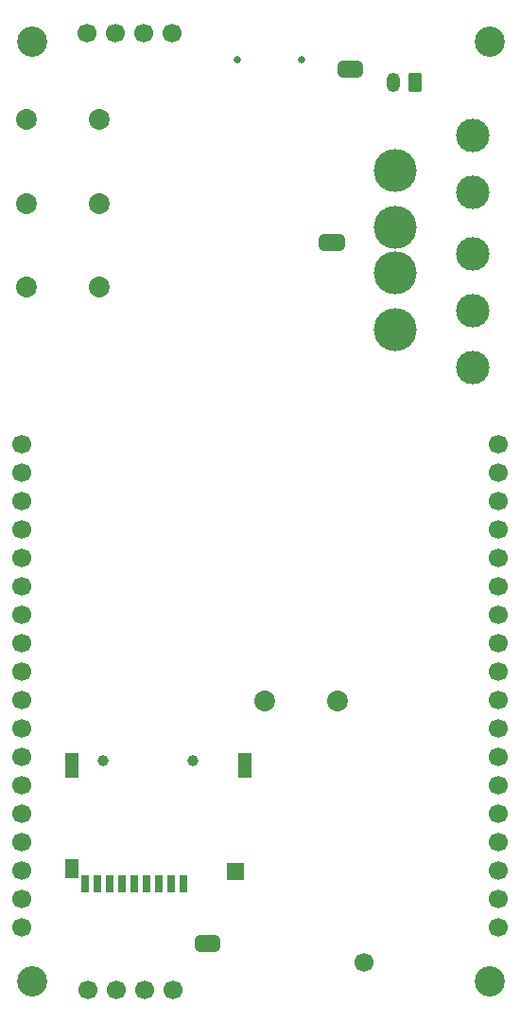
<source format=gbs>
%TF.GenerationSoftware,KiCad,Pcbnew,9.0.5*%
%TF.CreationDate,2025-11-15T07:59:09-05:00*%
%TF.ProjectId,PicoLume_v4,5069636f-4c75-46d6-955f-76342e6b6963,rev?*%
%TF.SameCoordinates,Original*%
%TF.FileFunction,Soldermask,Bot*%
%TF.FilePolarity,Negative*%
%FSLAX46Y46*%
G04 Gerber Fmt 4.6, Leading zero omitted, Abs format (unit mm)*
G04 Created by KiCad (PCBNEW 9.0.5) date 2025-11-15 07:59:09*
%MOMM*%
%LPD*%
G01*
G04 APERTURE LIST*
G04 Aperture macros list*
%AMRoundRect*
0 Rectangle with rounded corners*
0 $1 Rounding radius*
0 $2 $3 $4 $5 $6 $7 $8 $9 X,Y pos of 4 corners*
0 Add a 4 corners polygon primitive as box body*
4,1,4,$2,$3,$4,$5,$6,$7,$8,$9,$2,$3,0*
0 Add four circle primitives for the rounded corners*
1,1,$1+$1,$2,$3*
1,1,$1+$1,$4,$5*
1,1,$1+$1,$6,$7*
1,1,$1+$1,$8,$9*
0 Add four rect primitives between the rounded corners*
20,1,$1+$1,$2,$3,$4,$5,0*
20,1,$1+$1,$4,$5,$6,$7,0*
20,1,$1+$1,$6,$7,$8,$9,0*
20,1,$1+$1,$8,$9,$2,$3,0*%
%AMFreePoly0*
4,1,23,0.500000,-0.750000,0.000000,-0.750000,0.000000,-0.745722,-0.065263,-0.745722,-0.191342,-0.711940,-0.304381,-0.646677,-0.396677,-0.554381,-0.461940,-0.441342,-0.495722,-0.315263,-0.495722,-0.250000,-0.500000,-0.250000,-0.500000,0.250000,-0.495722,0.250000,-0.495722,0.315263,-0.461940,0.441342,-0.396677,0.554381,-0.304381,0.646677,-0.191342,0.711940,-0.065263,0.745722,0.000000,0.745722,
0.000000,0.750000,0.500000,0.750000,0.500000,-0.750000,0.500000,-0.750000,$1*%
%AMFreePoly1*
4,1,23,0.000000,0.745722,0.065263,0.745722,0.191342,0.711940,0.304381,0.646677,0.396677,0.554381,0.461940,0.441342,0.495722,0.315263,0.495722,0.250000,0.500000,0.250000,0.500000,-0.250000,0.495722,-0.250000,0.495722,-0.315263,0.461940,-0.441342,0.396677,-0.554381,0.304381,-0.646677,0.191342,-0.711940,0.065263,-0.745722,0.000000,-0.745722,0.000000,-0.750000,-0.500000,-0.750000,
-0.500000,0.750000,0.000000,0.750000,0.000000,0.745722,0.000000,0.745722,$1*%
G04 Aperture macros list end*
%ADD10C,2.700000*%
%ADD11C,3.840000*%
%ADD12C,3.000000*%
%ADD13C,1.700000*%
%ADD14RoundRect,0.250000X0.350000X0.625000X-0.350000X0.625000X-0.350000X-0.625000X0.350000X-0.625000X0*%
%ADD15O,1.200000X1.750000*%
%ADD16C,1.860000*%
%ADD17C,0.650000*%
%ADD18FreePoly0,0.000000*%
%ADD19FreePoly1,0.000000*%
%ADD20C,1.000000*%
%ADD21R,0.700000X1.600000*%
%ADD22R,1.500000X1.600000*%
%ADD23R,1.200000X2.200000*%
%ADD24R,1.200000X1.800000*%
%ADD25FreePoly0,180.000000*%
%ADD26FreePoly1,180.000000*%
G04 APERTURE END LIST*
%TO.C,JP1*%
G36*
X121550000Y-128400000D02*
G01*
X121850000Y-128400000D01*
X121850000Y-126900000D01*
X121550000Y-126900000D01*
X121550000Y-128400000D01*
G37*
%TO.C,JP3*%
G36*
X132700000Y-65750000D02*
G01*
X133000000Y-65750000D01*
X133000000Y-64250000D01*
X132700000Y-64250000D01*
X132700000Y-65750000D01*
G37*
%TO.C,JP2*%
G36*
X134650000Y-48750000D02*
G01*
X134350000Y-48750000D01*
X134350000Y-50250000D01*
X134650000Y-50250000D01*
X134650000Y-48750000D01*
G37*
%TD*%
D10*
%TO.C,H1*%
X147000000Y-131000000D03*
%TD*%
D11*
%TO.C,J12*%
X138500000Y-58580000D03*
X138500000Y-72800000D03*
X138500000Y-63660000D03*
X138500000Y-67720000D03*
%TD*%
D12*
%TO.C,J7*%
X145500000Y-66000000D03*
X145500000Y-71080000D03*
X145500000Y-76160000D03*
%TD*%
D13*
%TO.C,J1*%
X105100000Y-83020000D03*
X105100000Y-85560000D03*
X105100000Y-88100000D03*
X105100000Y-90640000D03*
X105100000Y-93180000D03*
X105100000Y-95720000D03*
X105100000Y-98260000D03*
X105100000Y-100800000D03*
X105100000Y-103340000D03*
X105100000Y-105880000D03*
X105100000Y-108420000D03*
X105100000Y-110960000D03*
X105100000Y-113500000D03*
X105100000Y-116040000D03*
X105100000Y-118580000D03*
X105100000Y-121120000D03*
X105100000Y-123660000D03*
X105100000Y-126200000D03*
%TD*%
%TO.C,J5*%
X135700000Y-129300000D03*
%TD*%
D14*
%TO.C,J9*%
X140350000Y-50650000D03*
D15*
X138350000Y-50650000D03*
%TD*%
D10*
%TO.C,H3*%
X147000000Y-47000000D03*
%TD*%
D13*
%TO.C,J3*%
X147800000Y-83040000D03*
X147800000Y-85580000D03*
X147800000Y-88120000D03*
X147800000Y-90660000D03*
X147800000Y-93200000D03*
X147800000Y-95740000D03*
X147800000Y-98280000D03*
X147800000Y-100820000D03*
X147800000Y-103360000D03*
X147800000Y-105900000D03*
X147800000Y-108440000D03*
X147800000Y-110980000D03*
X147800000Y-113520000D03*
X147800000Y-116060000D03*
X147800000Y-118600000D03*
X147800000Y-121140000D03*
X147800000Y-123680000D03*
X147800000Y-126220000D03*
%TD*%
D10*
%TO.C,H2*%
X106000000Y-131000000D03*
%TD*%
D16*
%TO.C,SW4*%
X126825000Y-105975000D03*
X133325000Y-105975000D03*
%TD*%
D13*
%TO.C,J13*%
X110890000Y-46300000D03*
X113430000Y-46300000D03*
X115970000Y-46300000D03*
X118510000Y-46300000D03*
%TD*%
%TO.C,J2*%
X110980000Y-131800000D03*
X113520000Y-131800000D03*
X116060000Y-131800000D03*
X118600000Y-131800000D03*
%TD*%
D16*
%TO.C,SW3*%
X105550000Y-61500000D03*
X112050000Y-61500000D03*
%TD*%
%TO.C,SW1*%
X105500000Y-69000000D03*
X112000000Y-69000000D03*
%TD*%
D12*
%TO.C,J6*%
X145500000Y-55420000D03*
X145500000Y-60500000D03*
%TD*%
D17*
%TO.C,J11*%
X130190000Y-48615000D03*
X124410000Y-48615000D03*
%TD*%
D10*
%TO.C,H4*%
X106000000Y-47000000D03*
%TD*%
D16*
%TO.C,SW2*%
X105500000Y-54000000D03*
X112000000Y-54000000D03*
%TD*%
D18*
%TO.C,JP1*%
X121050000Y-127650000D03*
D19*
X122350000Y-127650000D03*
%TD*%
D18*
%TO.C,JP3*%
X132200000Y-65000000D03*
D19*
X133500000Y-65000000D03*
%TD*%
D20*
%TO.C,J14*%
X112400000Y-111275000D03*
X120400000Y-111275000D03*
D21*
X119600000Y-122275000D03*
X118500000Y-122275000D03*
X117400000Y-122275000D03*
X116300000Y-122275000D03*
X115200000Y-122275000D03*
X114100000Y-122275000D03*
X113000000Y-122275000D03*
X111900000Y-122275000D03*
X110800000Y-122275000D03*
D22*
X124200000Y-121225000D03*
D23*
X125100000Y-111675000D03*
X109600000Y-111675000D03*
D24*
X109600000Y-120975000D03*
%TD*%
D25*
%TO.C,JP2*%
X135150000Y-49500000D03*
D26*
X133850000Y-49500000D03*
%TD*%
M02*

</source>
